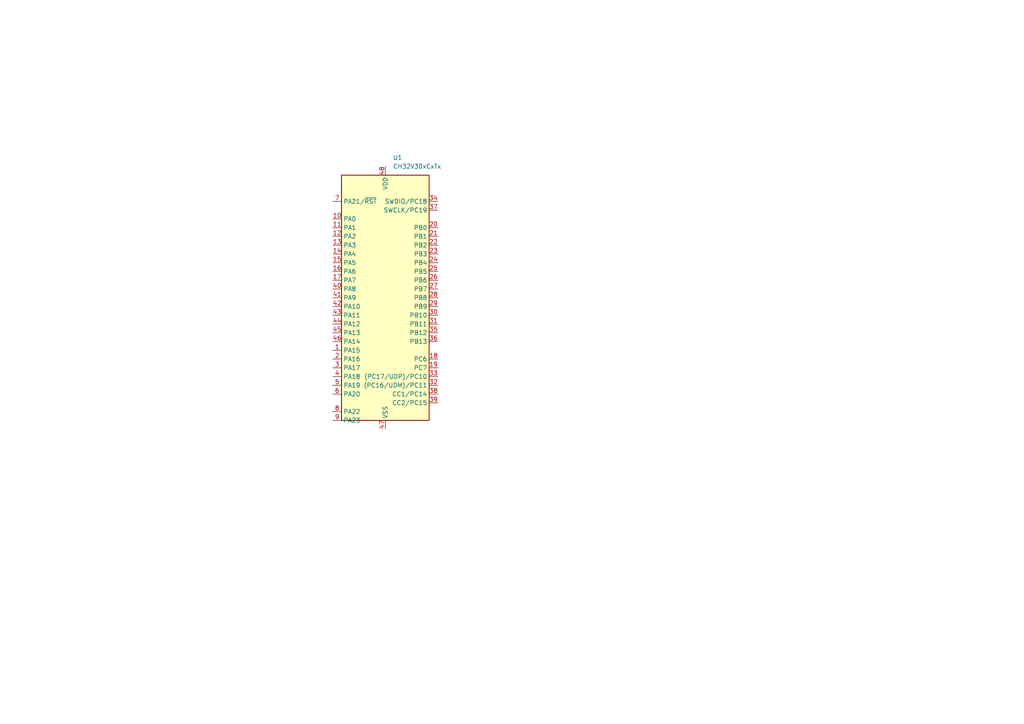
<source format=kicad_sch>
(kicad_sch (version 20231120) (generator "eeschema") (generator_version "8.0")
  (paper "A4")
  (lib_symbols
    (symbol "MCU_WCH_CH32X03:CH32X035CxTx"
      (property "Reference" "U" (at 0 0 0))
      (property "Value" "CH32X035CxTx" (at 0 1.27 0))
      (symbol "CH32X035CxTx_1_0"
        (pin bidirectional line (at -15.24 -15.24 0) (length 2.54) (name "PA15") (number "1"))
        (pin bidirectional line (at -15.24 22.86 0) (length 2.54) (name "PA0") (number "10"))
        (pin bidirectional line (at -15.24 20.32 0) (length 2.54) (name "PA1") (number "11"))
        (pin bidirectional line (at -15.24 17.78 0) (length 2.54) (name "PA2") (number "12"))
        (pin bidirectional line (at -15.24 15.24 0) (length 2.54) (name "PA3") (number "13"))
        (pin bidirectional line (at -15.24 12.7 0) (length 2.54) (name "PA4") (number "14"))
        (pin bidirectional line (at -15.24 10.16 0) (length 2.54) (name "PA5") (number "15"))
        (pin bidirectional line (at -15.24 7.62 0) (length 2.54) (name "PA6") (number "16"))
        (pin bidirectional line (at -15.24 5.08 0) (length 2.54) (name "PA7") (number "17"))
        (pin bidirectional line (at 15.24 -17.78 180) (length 2.54) (name "PC6") (number "18"))
        (pin bidirectional line (at 15.24 -20.32 180) (length 2.54) (name "PC7") (number "19"))
        (pin bidirectional line (at -15.24 -17.78 0) (length 2.54) (name "PA16") (number "2"))
        (pin bidirectional line (at 15.24 20.32 180) (length 2.54) (name "PB0") (number "20"))
        (pin bidirectional line (at 15.24 17.78 180) (length 2.54) (name "PB1") (number "21"))
        (pin bidirectional line (at 15.24 15.24 180) (length 2.54) (name "PB2") (number "22"))
        (pin bidirectional line (at 15.24 12.7 180) (length 2.54) (name "PB3") (number "23"))
        (pin bidirectional line (at 15.24 10.16 180) (length 2.54) (name "PB4") (number "24"))
        (pin bidirectional line (at 15.24 7.62 180) (length 2.54) (name "PB5") (number "25"))
        (pin bidirectional line (at 15.24 5.08 180) (length 2.54) (name "PB6") (number "26"))
        (pin bidirectional line (at 15.24 2.54 180) (length 2.54) (name "PB7") (number "27"))
        (pin bidirectional line (at 15.24 0 180) (length 2.54) (name "PB8") (number "28"))
        (pin bidirectional line (at 15.24 -2.54 180) (length 2.54) (name "PB9") (number "29"))
        (pin bidirectional line (at -15.24 -20.32 0) (length 2.54) (name "PA17") (number "3"))
        (pin bidirectional line (at 15.24 -5.08 180) (length 2.54) (name "PB10") (number "30"))
        (pin bidirectional line (at 15.24 -7.62 180) (length 2.54) (name "PB11") (number "31"))
        (pin bidirectional line (at 15.24 -25.4 180) (length 2.54) (name "(PC16/UDM)/PC11") (number "32"))
        (pin bidirectional line (at 15.24 -22.86 180) (length 2.54) (name "(PC17/UDP)/PC10") (number "33"))
        (pin bidirectional line (at 15.24 27.94 180) (length 2.54) (name "SWDIO/PC18") (number "34"))
        (pin bidirectional line (at 15.24 -10.16 180) (length 2.54) (name "PB12") (number "35"))
        (pin bidirectional line (at 15.24 -12.7 180) (length 2.54) (name "PB13") (number "36"))
        (pin bidirectional line (at 15.24 25.4 180) (length 2.54) (name "SWCLK/PC19") (number "37"))
        (pin bidirectional line (at 15.24 -27.94 180) (length 2.54) (name "CC1/PC14") (number "38"))
        (pin bidirectional line (at 15.24 -30.48 180) (length 2.54) (name "CC2/PC15") (number "39"))
        (pin bidirectional line (at -15.24 -22.86 0) (length 2.54) (name "PA18") (number "4"))
        (pin bidirectional line (at -15.24 2.54 0) (length 2.54) (name "PA8") (number "40"))
        (pin bidirectional line (at -15.24 0 0) (length 2.54) (name "PA9") (number "41"))
        (pin bidirectional line (at -15.24 -2.54 0) (length 2.54) (name "PA10") (number "42"))
        (pin bidirectional line (at -15.24 -5.08 0) (length 2.54) (name "PA11") (number "43"))
        (pin bidirectional line (at -15.24 -7.62 0) (length 2.54) (name "PA12") (number "44"))
        (pin bidirectional line (at -15.24 -10.16 0) (length 2.54) (name "PA13") (number "45"))
        (pin bidirectional line (at -15.24 -12.7 0) (length 2.54) (name "PA14") (number "46"))
        (pin power_in line (at 0 -38.1 90) (length 2.54) (name "VSS") (number "47"))
        (pin power_in line (at 0 38.1 270) (length 2.54) (name "VDD") (number "48"))
        (pin bidirectional line (at -15.24 -25.4 0) (length 2.54) (name "PA19") (number "5"))
        (pin bidirectional line (at -15.24 -27.94 0) (length 2.54) (name "PA20") (number "6"))
        (pin bidirectional line (at -15.24 27.94 0) (length 2.54) (name "PA21/~{RST}") (number "7"))
        (pin bidirectional line (at -15.24 -33.02 0) (length 2.54) (name "PA22") (number "8"))
        (pin bidirectional line (at -15.24 -35.56 0) (length 2.54) (name "PA23") (number "9"))
      )
      (symbol "CH32X035CxTx_1_1"
        (rectangle (start -12.7 35.56) (end 12.7 -35.56) (stroke (width 0.254)) (fill (type background)))
      )
    )
  )
  (symbol (lib_id "MCU_WCH_CH32X03:CH32X035CxTx") (at 111.76 86.36 0) (unit 1)
    (property "Reference" "U1" (at 113.9541 45.72 0) (effects (justify left)))
    (property "Value" "CH32V30xCxTx" (at 113.9541 48.26 0) (effects (justify left)))
    (property "Footprint" "Package_QFP:LQFP-48_7x7mm_P0.5mm" (effects (hide yes)))
    (property "Datasheet" "http://www.wch-ic.com/products/CH32X035.html?" (effects (hide yes)))
    (property "Description" "CH32X035 is an industrial-grade microcontroller based on the QingKe RISC-V core." (effects (hide yes)))
  )
)
</source>
